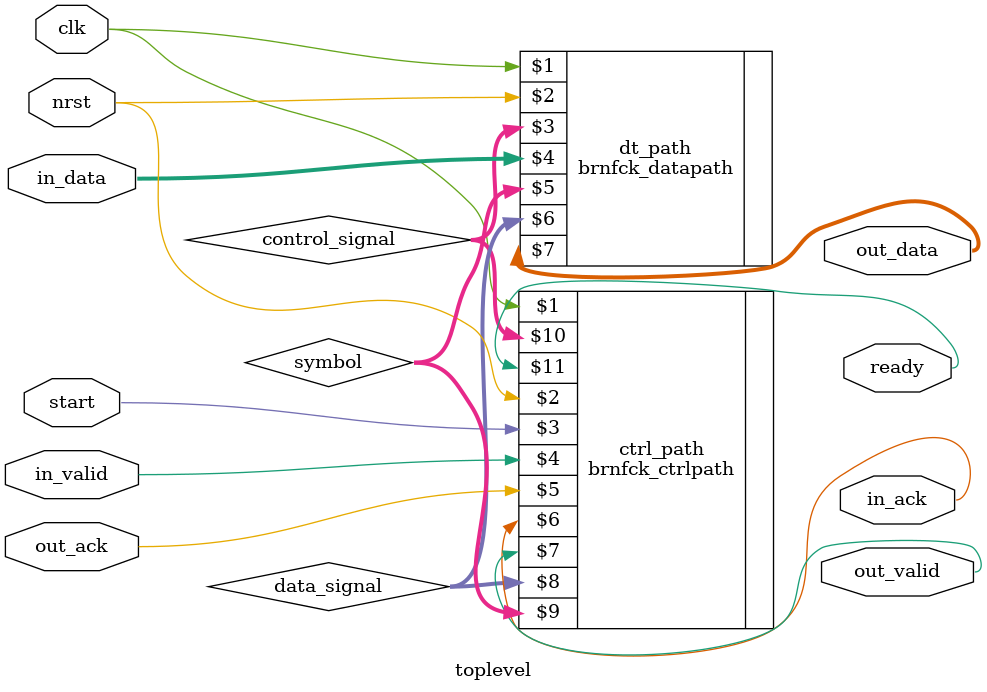
<source format=sv>
`include "data_path.sv"
`include "control_path.sv"

module toplevel(
    input clk,
    input nrst,
    input [7:0] in_data,
    input in_valid,
    output in_ack,
    output [7:0] out_data,
    output out_valid,
    input out_ack,
    input start,
    output ready
);
    logic [7:0] symbol;
    logic [2:0] data_signal;
    logic [4:0] control_signal;

    brnfck_ctrlpath ctrl_path(
        clk, 
        nrst, 
        start, 
        in_valid, 
        out_ack, 
        in_ack, 
        out_valid, 
        data_signal, 
        symbol, 
        control_signal, 
        ready
    );

    brnfck_datapath dt_path(
        clk, 
        nrst, 
        control_signal, 
        in_data, 
        symbol, 
        data_signal, 
        out_data    
    );
endmodule
</source>
